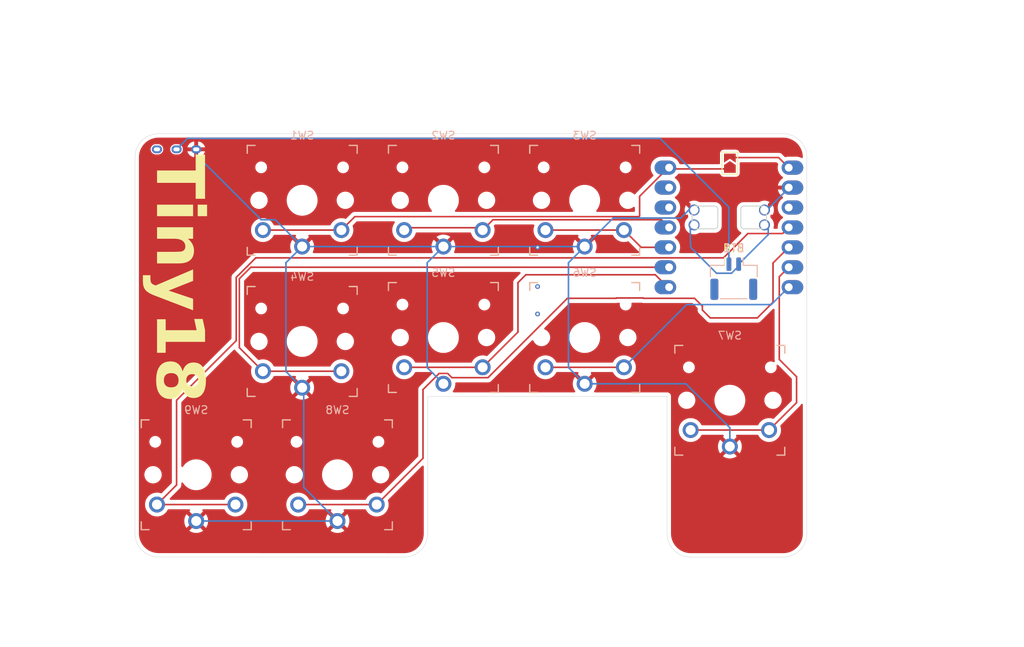
<source format=kicad_pcb>
(kicad_pcb (version 20241229) (generator "pcbnew") (generator_version "9.0")
  (layers (0 "F.Cu" signal) (2 "B.Cu" signal) (13 "F.Paste" user) (15 "B.Paste" user) (5 "F.SilkS" user "F.Silkscreen") (7 "B.SilkS" user "B.Silkscreen") (1 "F.Mask" user) (3 "B.Mask" user) (25 "Edge.Cuts" user))
  (net 0 "")
  (net 1 "D0")
  (net 2 "GND")
  (net 3 "D1")
  (net 4 "D2")
  (net 5 "D3")
  (net 6 "D4")
  (net 7 "D5")
  (net 8 "D6")
  (net 9 "D7")
  (net 10 "D8")
  (net 11 "Bat")
  (net 13 "VCC")
  (net 14 "D9")
  (net 16 "Net-(BT1--)")
  (footprint "keyswitches.pretty-master:SW_PG1350_reversible" (layer "F.Cu") (at 112 30)
    (property "Reference" "SW2" (hide yes))
    (property "Value" "SW_Push")
    (fp_line (start -7 -7) (end -6 -7) (stroke (width 0.15)) (layer "F.SilkS"))
    (fp_line (start -7 -6) (end -7 -7) (stroke (width 0.15)) (layer "F.SilkS"))
    (fp_line (start -7 7) (end -7 6) (stroke (width 0.15)) (layer "F.SilkS"))
    (fp_line (start -6 7) (end -7 7) (stroke (width 0.15)) (layer "F.SilkS"))
    (fp_line (start 6 -7) (end 7 -7) (stroke (width 0.15)) (layer "F.SilkS"))
    (fp_line (start 7 -7) (end 7 -6) (stroke (width 0.15)) (layer "F.SilkS"))
    (fp_line (start 7 6) (end 7 7) (stroke (width 0.15)) (layer "F.SilkS"))
    (fp_line (start 7 7) (end 6 7) (stroke (width 0.15)) (layer "F.SilkS"))
    (fp_line (start -7 -7) (end -6 -7) (stroke (width 0.15)) (layer "B.SilkS"))
    (fp_line (start -7 -6) (end -7 -7) (stroke (width 0.15)) (layer "B.SilkS"))
    (fp_line (start -7 7) (end -7 6) (stroke (width 0.15)) (layer "B.SilkS"))
    (fp_line (start -6 7) (end -7 7) (stroke (width 0.15)) (layer "B.SilkS"))
    (fp_line (start 6 -7) (end 7 -7) (stroke (width 0.15)) (layer "B.SilkS"))
    (fp_line (start 7 -7) (end 7 -6) (stroke (width 0.15)) (layer "B.SilkS"))
    (fp_line (start 7 6) (end 7 7) (stroke (width 0.15)) (layer "B.SilkS"))
    (fp_line (start 7 7) (end 6 7) (stroke (width 0.15)) (layer "B.SilkS"))
    (fp_text user "${REFERENCE}" (at 0 -8.255 0) (layer "B.SilkS") (effects (justify mirror)))
    (pad "" np_thru_hole circle (at -5.5 0) (size 1.7018 1.7018) (drill 1.7018) (layers "*.Cu" "*.Mask"))
    (pad "" np_thru_hole circle (at -5.22 -4.2) (size 0.9906 0.9906) (drill 0.9906) (layers "*.Cu" "*.Mask"))
    (pad "" np_thru_hole circle (at 0 0) (size 3.429 3.429) (drill 3.429) (layers "*.Cu" "*.Mask"))
    (pad "" np_thru_hole circle (at 5.22 -4.2) (size 0.9906 0.9906) (drill 0.9906) (layers "*.Cu" "*.Mask"))
    (pad "" np_thru_hole circle (at 5.5 0) (size 1.7018 1.7018) (drill 1.7018) (layers "*.Cu" "*.Mask"))
    (pad "1" thru_hole circle (at 0 5.9) (size 2.032 2.032) (drill 1.27) (layers "*.Cu" "*.Mask") (net 2 "GND"))
    (pad "2" thru_hole circle (at -5 3.8) (size 2.032 2.032) (drill 1.27) (layers "*.Cu" "*.Mask") (net 3 "D1"))
    (pad "2" thru_hole circle (at 5 3.8) (size 2.032 2.032) (drill 1.27) (layers "*.Cu" "*.Mask") (net 3 "D1"))
  )
  (footprint "keyswitches.pretty-master:SW_PG1350_reversible" (layer "F.Cu") (at 94 48)
    (property "Reference" "SW4" (hide yes))
    (property "Value" "SW_Push")
    (fp_line (start -7 -7) (end -6 -7) (stroke (width 0.15)) (layer "F.SilkS"))
    (fp_line (start -7 -6) (end -7 -7) (stroke (width 0.15)) (layer "F.SilkS"))
    (fp_line (start -7 7) (end -7 6) (stroke (width 0.15)) (layer "F.SilkS"))
    (fp_line (start -6 7) (end -7 7) (stroke (width 0.15)) (layer "F.SilkS"))
    (fp_line (start 6 -7) (end 7 -7) (stroke (width 0.15)) (layer "F.SilkS"))
    (fp_line (start 7 -7) (end 7 -6) (stroke (width 0.15)) (layer "F.SilkS"))
    (fp_line (start 7 6) (end 7 7) (stroke (width 0.15)) (layer "F.SilkS"))
    (fp_line (start 7 7) (end 6 7) (stroke (width 0.15)) (layer "F.SilkS"))
    (fp_line (start -7 -7) (end -6 -7) (stroke (width 0.15)) (layer "B.SilkS"))
    (fp_line (start -7 -6) (end -7 -7) (stroke (width 0.15)) (layer "B.SilkS"))
    (fp_line (start -7 7) (end -7 6) (stroke (width 0.15)) (layer "B.SilkS"))
    (fp_line (start -6 7) (end -7 7) (stroke (width 0.15)) (layer "B.SilkS"))
    (fp_line (start 6 -7) (end 7 -7) (stroke (width 0.15)) (layer "B.SilkS"))
    (fp_line (start 7 -7) (end 7 -6) (stroke (width 0.15)) (layer "B.SilkS"))
    (fp_line (start 7 6) (end 7 7) (stroke (width 0.15)) (layer "B.SilkS"))
    (fp_line (start 7 7) (end 6 7) (stroke (width 0.15)) (layer "B.SilkS"))
    (fp_text user "${REFERENCE}" (at 0 -8.255 0) (layer "B.SilkS") (effects (justify mirror)))
    (pad "" np_thru_hole circle (at -5.5 0) (size 1.7018 1.7018) (drill 1.7018) (layers "*.Cu" "*.Mask"))
    (pad "" np_thru_hole circle (at -5.22 -4.2) (size 0.9906 0.9906) (drill 0.9906) (layers "*.Cu" "*.Mask"))
    (pad "" np_thru_hole circle (at 0 0) (size 3.429 3.429) (drill 3.429) (layers "*.Cu" "*.Mask"))
    (pad "" np_thru_hole circle (at 5.22 -4.2) (size 0.9906 0.9906) (drill 0.9906) (layers "*.Cu" "*.Mask"))
    (pad "" np_thru_hole circle (at 5.5 0) (size 1.7018 1.7018) (drill 1.7018) (layers "*.Cu" "*.Mask"))
    (pad "1" thru_hole circle (at 0 5.9) (size 2.032 2.032) (drill 1.27) (layers "*.Cu" "*.Mask") (net 2 "GND"))
    (pad "2" thru_hole circle (at -5 3.8) (size 2.032 2.032) (drill 1.27) (layers "*.Cu" "*.Mask") (net 5 "D3"))
    (pad "2" thru_hole circle (at 5 3.8) (size 2.032 2.032) (drill 1.27) (layers "*.Cu" "*.Mask") (net 5 "D3"))
  )
  (footprint "keyswitches.pretty-master:SW_PG1350_reversible" (layer "F.Cu") (at 80.5 65)
    (property "Reference" "SW9" (hide yes))
    (property "Value" "SW_Push")
    (fp_line (start -7 -7) (end -6 -7) (stroke (width 0.15)) (layer "F.SilkS"))
    (fp_line (start -7 -6) (end -7 -7) (stroke (width 0.15)) (layer "F.SilkS"))
    (fp_line (start -7 7) (end -7 6) (stroke (width 0.15)) (layer "F.SilkS"))
    (fp_line (start -6 7) (end -7 7) (stroke (width 0.15)) (layer "F.SilkS"))
    (fp_line (start 6 -7) (end 7 -7) (stroke (width 0.15)) (layer "F.SilkS"))
    (fp_line (start 7 -7) (end 7 -6) (stroke (width 0.15)) (layer "F.SilkS"))
    (fp_line (start 7 6) (end 7 7) (stroke (width 0.15)) (layer "F.SilkS"))
    (fp_line (start 7 7) (end 6 7) (stroke (width 0.15)) (layer "F.SilkS"))
    (fp_line (start -7 -7) (end -6 -7) (stroke (width 0.15)) (layer "B.SilkS"))
    (fp_line (start -7 -6) (end -7 -7) (stroke (width 0.15)) (layer "B.SilkS"))
    (fp_line (start -7 7) (end -7 6) (stroke (width 0.15)) (layer "B.SilkS"))
    (fp_line (start -6 7) (end -7 7) (stroke (width 0.15)) (layer "B.SilkS"))
    (fp_line (start 6 -7) (end 7 -7) (stroke (width 0.15)) (layer "B.SilkS"))
    (fp_line (start 7 -7) (end 7 -6) (stroke (width 0.15)) (layer "B.SilkS"))
    (fp_line (start 7 6) (end 7 7) (stroke (width 0.15)) (layer "B.SilkS"))
    (fp_line (start 7 7) (end 6 7) (stroke (width 0.15)) (layer "B.SilkS"))
    (fp_text user "${REFERENCE}" (at 0 -8.255 0) (layer "B.SilkS") (effects (justify mirror)))
    (pad "" np_thru_hole circle (at -5.5 0) (size 1.7018 1.7018) (drill 1.7018) (layers "*.Cu" "*.Mask"))
    (pad "" np_thru_hole circle (at -5.22 -4.2) (size 0.9906 0.9906) (drill 0.9906) (layers "*.Cu" "*.Mask"))
    (pad "" np_thru_hole circle (at 0 0) (size 3.429 3.429) (drill 3.429) (layers "*.Cu" "*.Mask"))
    (pad "" np_thru_hole circle (at 5.22 -4.2) (size 0.9906 0.9906) (drill 0.9906) (layers "*.Cu" "*.Mask"))
    (pad "" np_thru_hole circle (at 5.5 0) (size 1.7018 1.7018) (drill 1.7018) (layers "*.Cu" "*.Mask"))
    (pad "1" thru_hole circle (at 0 5.9) (size 2.032 2.032) (drill 1.27) (layers "*.Cu" "*.Mask") (net 2 "GND"))
    (pad "2" thru_hole circle (at -5 3.8) (size 2.032 2.032) (drill 1.27) (layers "*.Cu" "*.Mask") (net 10 "D8"))
    (pad "2" thru_hole circle (at 5 3.8) (size 2.032 2.032) (drill 1.27) (layers "*.Cu" "*.Mask") (net 10 "D8"))
  )
  (footprint "keyswitches.pretty-master:SW_PG1350_reversible" (layer "F.Cu") (at 130 30)
    (property "Reference" "SW3" (hide yes))
    (property "Value" "SW_Push")
    (fp_line (start -7 -7) (end -6 -7) (stroke (width 0.15)) (layer "F.SilkS"))
    (fp_line (start -7 -6) (end -7 -7) (stroke (width 0.15)) (layer "F.SilkS"))
    (fp_line (start -7 7) (end -7 6) (stroke (width 0.15)) (layer "F.SilkS"))
    (fp_line (start -6 7) (end -7 7) (stroke (width 0.15)) (layer "F.SilkS"))
    (fp_line (start 6 -7) (end 7 -7) (stroke (width 0.15)) (layer "F.SilkS"))
    (fp_line (start 7 -7) (end 7 -6) (stroke (width 0.15)) (layer "F.SilkS"))
    (fp_line (start 7 6) (end 7 7) (stroke (width 0.15)) (layer "F.SilkS"))
    (fp_line (start 7 7) (end 6 7) (stroke (width 0.15)) (layer "F.SilkS"))
    (fp_line (start -7 -7) (end -6 -7) (stroke (width 0.15)) (layer "B.SilkS"))
    (fp_line (start -7 -6) (end -7 -7) (stroke (width 0.15)) (layer "B.SilkS"))
    (fp_line (start -7 7) (end -7 6) (stroke (width 0.15)) (layer "B.SilkS"))
    (fp_line (start -6 7) (end -7 7) (stroke (width 0.15)) (layer "B.SilkS"))
    (fp_line (start 6 -7) (end 7 -7) (stroke (width 0.15)) (layer "B.SilkS"))
    (fp_line (start 7 -7) (end 7 -6) (stroke (width 0.15)) (layer "B.SilkS"))
    (fp_line (start 7 6) (end 7 7) (stroke (width 0.15)) (layer "B.SilkS"))
    (fp_line (start 7 7) (end 6 7) (stroke (width 0.15)) (layer "B.SilkS"))
    (fp_text user "${REFERENCE}" (at 0 -8.255 0) (layer "B.SilkS") (effects (justify mirror)))
    (pad "" np_thru_hole circle (at -5.5 0) (size 1.7018 1.7018) (drill 1.7018) (layers "*.Cu" "*.Mask"))
    (pad "" np_thru_hole circle (at -5.22 -4.2) (size 0.9906 0.9906) (drill 0.9906) (layers "*.Cu" "*.Mask"))
    (pad "" np_thru_hole circle (at 0 0) (size 3.429 3.429) (drill 3.429) (layers "*.Cu" "*.Mask"))
    (pad "" np_thru_hole circle (at 5.22 -4.2) (size 0.9906 0.9906) (drill 0.9906) (layers "*.Cu" "*.Mask"))
    (pad "" np_thru_hole circle (at 5.5 0) (size 1.7018 1.7018) (drill 1.7018) (layers "*.Cu" "*.Mask"))
    (pad "1" thru_hole circle (at 0 5.9) (size 2.032 2.032) (drill 1.27) (layers "*.Cu" "*.Mask") (net 2 "GND"))
    (pad "2" thru_hole circle (at -5 3.8) (size 2.032 2.032) (drill 1.27) (layers "*.Cu" "*.Mask") (net 4 "D2"))
    (pad "2" thru_hole circle (at 5 3.8) (size 2.032 2.032) (drill 1.27) (layers "*.Cu" "*.Mask") (net 4 "D2"))
  )
  (footprint "keyswitches.pretty-master:SW_PG1350_reversible" (layer "F.Cu") (at 112 47.5)
    (property "Reference" "SW5" (hide yes))
    (property "Value" "SW_Push")
    (fp_line (start -7 -7) (end -6 -7) (stroke (width 0.15)) (layer "F.SilkS"))
    (fp_line (start -7 -6) (end -7 -7) (stroke (width 0.15)) (layer "F.SilkS"))
    (fp_line (start -7 7) (end -7 6) (stroke (width 0.15)) (layer "F.SilkS"))
    (fp_line (start -6 7) (end -7 7) (stroke (width 0.15)) (layer "F.SilkS"))
    (fp_line (start 6 -7) (end 7 -7) (stroke (width 0.15)) (layer "F.SilkS"))
    (fp_line (start 7 -7) (end 7 -6) (stroke (width 0.15)) (layer "F.SilkS"))
    (fp_line (start 7 6) (end 7 7) (stroke (width 0.15)) (layer "F.SilkS"))
    (fp_line (start 7 7) (end 6 7) (stroke (width 0.15)) (layer "F.SilkS"))
    (fp_line (start -7 -7) (end -6 -7) (stroke (width 0.15)) (layer "B.SilkS"))
    (fp_line (start -7 -6) (end -7 -7) (stroke (width 0.15)) (layer "B.SilkS"))
    (fp_line (start -7 7) (end -7 6) (stroke (width 0.15)) (layer "B.SilkS"))
    (fp_line (start -6 7) (end -7 7) (stroke (width 0.15)) (layer "B.SilkS"))
    (fp_line (start 6 -7) (end 7 -7) (stroke (width 0.15)) (layer "B.SilkS"))
    (fp_line (start 7 -7) (end 7 -6) (stroke (width 0.15)) (layer "B.SilkS"))
    (fp_line (start 7 6) (end 7 7) (stroke (width 0.15)) (layer "B.SilkS"))
    (fp_line (start 7 7) (end 6 7) (stroke (width 0.15)) (layer "B.SilkS"))
    (fp_text user "${REFERENCE}" (at 0 -8.255 0) (layer "B.SilkS") (effects (justify mirror)))
    (pad "" np_thru_hole circle (at -5.5 0) (size 1.7018 1.7018) (drill 1.7018) (layers "*.Cu" "*.Mask"))
    (pad "" np_thru_hole circle (at -5.22 -4.2) (size 0.9906 0.9906) (drill 0.9906) (layers "*.Cu" "*.Mask"))
    (pad "" np_thru_hole circle (at 0 0) (size 3.429 3.429) (drill 3.429) (layers "*.Cu" "*.Mask"))
    (pad "" np_thru_hole circle (at 5.22 -4.2) (size 0.9906 0.9906) (drill 0.9906) (layers "*.Cu" "*.Mask"))
    (pad "" np_thru_hole circle (at 5.5 0) (size 1.7018 1.7018) (drill 1.7018) (layers "*.Cu" "*.Mask"))
    (pad "1" thru_hole circle (at 0 5.9) (size 2.032 2.032) (drill 1.27) (layers "*.Cu" "*.Mask") (net 2 "GND"))
    (pad "2" thru_hole circle (at -5 3.8) (size 2.032 2.032) (drill 1.27) (layers "*.Cu" "*.Mask") (net 6 "D4"))
    (pad "2" thru_hole circle (at 5 3.8) (size 2.032 2.032) (drill 1.27) (layers "*.Cu" "*.Mask") (net 6 "D4"))
  )
  (footprint "keyswitches.pretty-master:SW_PG1350_reversible" (layer "F.Cu") (at 130 47.5)
    (property "Reference" "SW6" (hide yes))
    (property "Value" "SW_Push")
    (fp_line (start -7 -7) (end -6 -7) (stroke (width 0.15)) (layer "F.SilkS"))
    (fp_line (start -7 -6) (end -7 -7) (stroke (width 0.15)) (layer "F.SilkS"))
    (fp_line (start -7 7) (end -7 6) (stroke (width 0.15)) (layer "F.SilkS"))
    (fp_line (start -6 7) (end -7 7) (stroke (width 0.15)) (layer "F.SilkS"))
    (fp_line (start 6 -7) (end 7 -7) (stroke (width 0.15)) (layer "F.SilkS"))
    (fp_line (start 7 -7) (end 7 -6) (stroke (width 0.15)) (layer "F.SilkS"))
    (fp_line (start 7 6) (end 7 7) (stroke (width 0.15)) (layer "F.SilkS"))
    (fp_line (start 7 7) (end 6 7) (stroke (width 0.15)) (layer "F.SilkS"))
    (fp_line (start -7 -7) (end -6 -7) (stroke (width 0.15)) (layer "B.SilkS"))
    (fp_line (start -7 -6) (end -7 -7) (stroke (width 0.15)) (layer "B.SilkS"))
    (fp_line (start -7 7) (end -7 6) (stroke (width 0.15)) (layer "B.SilkS"))
    (fp_line (start -6 7) (end -7 7) (stroke (width 0.15)) (layer "B.SilkS"))
    (fp_line (start 6 -7) (end 7 -7) (stroke (width 0.15)) (layer "B.SilkS"))
    (fp_line (start 7 -7) (end 7 -6) (stroke (width 0.15)) (layer "B.SilkS"))
    (fp_line (start 7 6) (end 7 7) (stroke (width 0.15)) (layer "B.SilkS"))
    (fp_line (start 7 7) (end 6 7) (stroke (width 0.15)) (layer "B.SilkS"))
    (fp_text user "${REFERENCE}" (at 0 -8.255 0) (layer "B.SilkS") (effects (justify mirror)))
    (pad "" np_thru_hole circle (at -5.5 0) (size 1.7018 1.7018) (drill 1.7018) (layers "*.Cu" "*.Mask"))
    (pad "" np_thru_hole circle (at -5.22 -4.2) (size 0.9906 0.9906) (drill 0.9906) (layers "*.Cu" "*.Mask"))
    (pad "" np_thru_hole circle (at 0 0) (size 3.429 3.429) (drill 3.429) (layers "*.Cu" "*.Mask"))
    (pad "" np_thru_hole circle (at 5.22 -4.2) (size 0.9906 0.9906) (drill 0.9906) (layers "*.Cu" "*.Mask"))
    (pad "" np_thru_hole circle (at 5.5 0) (size 1.7018 1.7018) (drill 1.7018) (layers "*.Cu" "*.Mask"))
    (pad "1" thru_hole circle (at 0 5.9) (size 2.032 2.032) (drill 1.27) (layers "*.Cu" "*.Mask") (net 2 "GND"))
    (pad "2" thru_hole circle (at -5 3.8) (size 2.032 2.032) (drill 1.27) (layers "*.Cu" "*.Mask") (net 7 "D5"))
    (pad "2" thru_hole circle (at 5 3.8) (size 2.032 2.032) (drill 1.27) (layers "*.Cu" "*.Mask") (net 7 "D5"))
  )
  (footprint "keyswitches.pretty-master:SW_PG1350_reversible" (layer "F.Cu") (at 98.5 65)
    (property "Reference" "SW8" (hide yes))
    (property "Value" "SW_Push")
    (fp_line (start -7 -7) (end -6 -7) (stroke (width 0.15)) (layer "F.SilkS"))
    (fp_line (start -7 -6) (end -7 -7) (stroke (width 0.15)) (layer "F.SilkS"))
    (fp_line (start -7 7) (end -7 6) (stroke (width 0.15)) (layer "F.SilkS"))
    (fp_line (start -6 7) (end -7 7) (stroke (width 0.15)) (layer "F.SilkS"))
    (fp_line (start 6 -7) (end 7 -7) (stroke (width 0.15)) (layer "F.SilkS"))
    (fp_line (start 7 -7) (end 7 -6) (stroke (width 0.15)) (layer "F.SilkS"))
    (fp_line (start 7 6) (end 7 7) (stroke (width 0.15)) (layer "F.SilkS"))
    (fp_line (start 7 7) (end 6 7) (stroke (width 0.15)) (layer "F.SilkS"))
    (fp_line (start -7 -7) (end -6 -7) (stroke (width 0.15)) (layer "B.SilkS"))
    (fp_line (start -7 -6) (end -7 -7) (stroke (width 0.15)) (layer "B.SilkS"))
    (fp_line (start -7 7) (end -7 6) (stroke (width 0.15)) (layer "B.SilkS"))
    (fp_line (start -6 7) (end -7 7) (stroke (width 0.15)) (layer "B.SilkS"))
    (fp_line (start 6 -7) (end 7 -7) (stroke (width 0.15)) (layer "B.SilkS"))
    (fp_line (start 7 -7) (end 7 -6) (stroke (width 0.15)) (layer "B.SilkS"))
    (fp_line (start 7 6) (end 7 7) (stroke (width 0.15)) (layer "B.SilkS"))
    (fp_line (start 7 7) (end 6 7) (stroke (width 0.15)) (layer "B.SilkS"))
    (fp_text user "${REFERENCE}" (at 0 -8.255 0) (layer "B.SilkS") (effects (justify mirror)))
    (pad "" np_thru_hole circle (at -5.5 0) (size 1.7018 1.7018) (drill 1.7018) (layers "*.Cu" "*.Mask"))
    (pad "" np_thru_hole circle (at -5.22 -4.2) (size 0.9906 0.9906) (drill 0.9906) (layers "*.Cu" "*.Mask"))
    (pad "" np_thru_hole circle (at 0 0) (size 3.429 3.429) (drill 3.429) (layers "*.Cu" "*.Mask"))
    (pad "" np_thru_hole circle (at 5.22 -4.2) (size 0.9906 0.9906) (drill 0.9906) (layers "*.Cu" "*.Mask"))
    (pad "" np_thru_hole circle (at 5.5 0) (size 1.7018 1.7018) (drill 1.7018) (layers "*.Cu" "*.Mask"))
    (pad "1" thru_hole circle (at 0 5.9) (size 2.032 2.032) (drill 1.27) (layers "*.Cu" "*.Mask") (net 2 "GND"))
    (pad "2" thru_hole circle (at -5 3.8) (size 2.032 2.032) (drill 1.27) (layers "*.Cu" "*.Mask") (net 9 "D7"))
    (pad "2" thru_hole circle (at 5 3.8) (size 2.032 2.032) (drill 1.27) (layers "*.Cu" "*.Mask") (net 9 "D7"))
  )
  (footprint "Tweakbit:TGSW_MSK-12D19" (layer "F.Cu") (at 77.9 26.16 180)
    (property "Reference" "SW10")
    (property "Value" "SW_SPDT" (hide yes))
    (pad "1" thru_hole oval (at -2.6 2.66 180) (size 1.3 1) (drill oval 0.8 0.5) (layers "*.Cu" "*.Mask") (net 2 "GND") (clearance 0.15))
    (pad "2" thru_hole oval (at -0.1 2.66 180) (size 1.3 1) (drill oval 0.8 0.5) (layers "*.Cu" "*.Mask") (net 16 "Net-(BT1--)") (clearance 0.15))
    (pad "3" thru_hole oval (at 2.4 2.66 180) (size 1.3 1) (drill oval 0.8 0.5) (layers "*.Cu" "*.Mask") (clearance 0.15))
  )
  (footprint "keyswitches.pretty-master:SW_PG1350_reversible" (layer "F.Cu") (at 94 30)
    (property "Reference" "SW1" (hide yes))
    (property "Value" "SW_Push")
    (fp_line (start -7 -7) (end -6 -7) (stroke (width 0.15)) (layer "F.SilkS"))
    (fp_line (start -7 -6) (end -7 -7) (stroke (width 0.15)) (layer "F.SilkS"))
    (fp_line (start -7 7) (end -7 6) (stroke (width 0.15)) (layer "F.SilkS"))
    (fp_line (start -6 7) (end -7 7) (stroke (width 0.15)) (layer "F.SilkS"))
    (fp_line (start 6 -7) (end 7 -7) (stroke (width 0.15)) (layer "F.SilkS"))
    (fp_line (start 7 -7) (end 7 -6) (stroke (width 0.15)) (layer "F.SilkS"))
    (fp_line (start 7 6) (end 7 7) (stroke (width 0.15)) (layer "F.SilkS"))
    (fp_line (start 7 7) (end 6 7) (stroke (width 0.15)) (layer "F.SilkS"))
    (fp_line (start -7 -7) (end -6 -7) (stroke (width 0.15)) (layer "B.SilkS"))
    (fp_line (start -7 -6) (end -7 -7) (stroke (width 0.15)) (layer "B.SilkS"))
    (fp_line (start -7 7) (end -7 6) (stroke (width 0.15)) (layer "B.SilkS"))
    (fp_line (start -6 7) (end -7 7) (stroke (width 0.15)) (layer "B.SilkS"))
    (fp_line (start 6 -7) (end 7 -7) (stroke (width 0.15)) (layer "B.SilkS"))
    (fp_line (start 7 -7) (end 7 -6) (stroke (width 0.15)) (layer "B.SilkS"))
    (fp_line (start 7 6) (end 7 7) (stroke (width 0.15)) (layer "B.SilkS"))
    (fp_line (start 7 7) (end 6 7) (stroke (width 0.15)) (layer "B.SilkS"))
    (fp_text user "${REFERENCE}" (at 0 -8.255 0) (layer "B.SilkS") (effects (justify mirror)))
    (pad "" np_thru_hole circle (at -5.5 0) (size 1.7018 1.7018) (drill 1.7018) (layers "*.Cu" "*.Mask"))
    (pad "" np_thru_hole circle (at -5.22 -4.2) (size 0.9906 0.9906) (drill 0.9906) (layers "*.Cu" "*.Mask"))
    (pad "" np_thru_hole circle (at 0 0) (size 3.429 3.429) (drill 3.429) (layers "*.Cu" "*.Mask"))
    (pad "" np_thru_hole circle (at 5.22 -4.2) (size 0.9906 0.9906) (drill 0.9906) (layers "*.Cu" "*.Mask"))
    (pad "" np_thru_hole circle (at 5.5 0) (size 1.7018 1.7018) (drill 1.7018) (layers "*.Cu" "*.Mask"))
    (pad "1" thru_hole circle (at 0 5.9) (size 2.032 2.032) (drill 1.27) (layers "*.Cu" "*.Mask") (net 2 "GND"))
    (pad "2" thru_hole circle (at -5 3.8) (size 2.032 2.032) (drill 1.27) (layers "*.Cu" "*.Mask") (net 1 "D0"))
    (pad "2" thru_hole circle (at 5 3.8) (size 2.032 2.032) (drill 1.27) (layers "*.Cu" "*.Mask") (net 1 "D0"))
  )
  (footprint "Tweakbit:XIAO_ble" (layer "F.Cu") (at 148.38 33.46)
    (property "Reference" "U1" (hide yes))
    (property "Value" "xiao-ble" (hide yes))
    (fp_line (start -4.695893 -0.745801) (end -4.695897 -1.7872) (stroke (width 0.12)) (layer "Edge.Cuts"))
    (fp_line (start -4.407172 -2.726831) (end -1.799999 -2.72) (stroke (width 0.12)) (layer "Edge.Cuts"))
    (fp_line (start -1.803702 0.180999) (end -4.314483 0.177428) (stroke (width 0.12)) (layer "Edge.Cuts"))
    (fp_line (start -1.419 -2.339) (end -1.422 -0.2) (stroke (width 0.12)) (layer "Edge.Cuts"))
    (fp_line (start 1.511828 -2.339091) (end 1.514828 -0.200091) (stroke (width 0.12)) (layer "Edge.Cuts"))
    (fp_line (start 1.89653 0.180908) (end 4.407311 0.177337) (stroke (width 0.12)) (layer "Edge.Cuts"))
    (fp_line (start 4.5 -2.726922) (end 1.892827 -2.720091) (stroke (width 0.12)) (layer "Edge.Cuts"))
    (fp_line (start 4.788721 -0.745892) (end 4.788725 -1.787291) (stroke (width 0.12)) (layer "Edge.Cuts"))
    (fp_arc (start -4.695895 -0.745801) (mid -3.983022 -0.499909) (end -4.314483 0.177427) (stroke (width 0.12)) (layer "Edge.Cuts"))
    (fp_arc (start -4.404633 -2.726618) (mid -3.967465 -2.076211) (end -4.6959 -1.7872) (stroke (width 0.12)) (layer "Edge.Cuts"))
    (fp_arc (start -1.8 -2.72) (mid -1.530592 -2.608408) (end -1.419 -2.339) (stroke (width 0.12)) (layer "Edge.Cuts"))
    (fp_arc (start -1.422 -0.2) (mid -1.533592 0.069408) (end -1.803 0.181) (stroke (width 0.12)) (layer "Edge.Cuts"))
    (fp_arc (start 1.511828 -2.339091) (mid 1.62342 -2.608499) (end 1.892828 -2.720091) (stroke (width 0.12)) (layer "Edge.Cuts"))
    (fp_arc (start 1.895828 0.180909) (mid 1.62642 0.069317) (end 1.514828 -0.200091) (stroke (width 0.12)) (layer "Edge.Cuts"))
    (fp_arc (start 4.407311 0.177336) (mid 4.07585 -0.500001) (end 4.788723 -0.745892) (stroke (width 0.12)) (layer "Edge.Cuts"))
    (fp_arc (start 4.788728 -1.787291) (mid 4.060293 -2.076302) (end 4.497461 -2.726709) (stroke (width 0.12)) (layer "Edge.Cuts"))
    (pad "1" thru_hole oval (at -7.62 -7.62) (size 2.75 1.8) (drill 1 (offset -0.475 0)) (layers "*.Cu" "*.Mask") (net 1 "D0"))
    (pad "2" thru_hole oval (at -7.62 -5.08) (size 2.75 1.8) (drill 1 (offset -0.475 0)) (layers "*.Cu" "*.Mask"))
    (pad "3" thru_hole oval (at -7.62 -2.54) (size 2.75 1.8) (drill 1 (offset -0.475 0)) (layers "*.Cu" "*.Mask"))
    (pad "4" thru_hole oval (at -7.62 0) (size 2.75 1.8) (drill 1 (offset -0.475 0)) (layers "*.Cu" "*.Mask") (net 3 "D1"))
    (pad "5" thru_hole oval (at -7.62 2.54) (size 2.75 1.8) (drill 1 (offset -0.475 0)) (layers "*.Cu" "*.Mask") (net 4 "D2"))
    (pad "6" thru_hole oval (at -7.62 5.08) (size 2.75 1.8) (drill 1 (offset -0.475 0)) (layers "*.Cu" "*.Mask") (net 5 "D3"))
    (pad "7" thru_hole oval (at -7.62 7.62) (size 2.75 1.8) (drill 1 (offset -0.475 0)) (layers "*.Cu" "*.Mask") (net 6 "D4"))
    (pad "8" thru_hole oval (at 7.62 7.62 180) (size 2.75 1.8) (drill 1 (offset -0.475 0)) (layers "*.Cu" "*.Mask") (net 7 "D5"))
    (pad "9" thru_hole oval (at 7.62 5.08 180) (size 2.75 1.8) (drill 1 (offset -0.475 0)) (layers "*.Cu" "*.Mask") (net 8 "D6"))
    (pad "10" thru_hole oval (at 7.62 2.54 180) (size 2.75 1.8) (drill 1 (offset -0.475 0)) (layers "*.Cu" "*.Mask") (net 9 "D7"))
    (pad "11" thru_hole oval (at 7.62 0 180) (size 2.75 1.8) (drill 1 (offset -0.475 0)) (layers "*.Cu" "*.Mask") (net 10 "D8"))
    (pad "12" thru_hole oval (at 7.62 -2.54 180) (size 2.75 1.8) (drill 1 (offset -0.475 0)) (layers "*.Cu" "*.Mask") (net 13 "VCC"))
    (pad "13" thru_hole oval (at 7.62 -5.08 180) (size 2.75 1.8) (drill 1 (offset -0.475 0)) (layers "*.Cu" "*.Mask") (net 2 "GND"))
    (pad "14" thru_hole oval (at 7.62 -7.62 180) (size 2.75 1.8) (drill 1 (offset -0.475 0)) (layers "*.Cu" "*.Mask") (net 14 "D9"))
    (pad "19" thru_hole circle (at -4.4419 -0.314 180) (size 1.397 1.397) (drill 1.016) (layers "*.Cu" "*.Mask") (net 11 "Bat"))
    (pad "19" thru_hole circle (at 4.534728 -0.314091 180) (size 1.397 1.397) (drill 1.016) (layers "*.Cu" "*.Mask") (net 11 "Bat"))
    (pad "20" thru_hole circle (at -4.4419 -2.219 180) (size 1.397 1.397) (drill 1.016) (layers "*.Cu" "*.Mask") (net 2 "GND"))
    (pad "20" thru_hole circle (at 4.534728 -2.219091 180) (size 1.397 1.397) (drill 1.016) (layers "*.Cu" "*.Mask") (net 2 "GND"))
  )
  (footprint "Connector_JST:JST_GH_SM02B-GHS-TB_1x02-1MP_P1.25mm_Horizontal" (layer "F.Cu") (at 149 40)
    (property "Reference" "BT1" (at 0 -3.9 0) (layer "F.SilkS"))
    (property "Value" "Battery_Cell")
    (fp_line (start -2.985 -1.71) (end -1.185 -1.71) (stroke (width 0.12)) (layer "F.SilkS"))
    (fp_line (start -2.985 -0.26) (end -2.985 -1.71) (stroke (width 0.12)) (layer "F.SilkS"))
    (fp_line (start -1.715 2.56) (end 1.715 2.56) (stroke (width 0.12)) (layer "F.SilkS"))
    (fp_line (start -1.185 -1.71) (end -1.185 -2.7) (stroke (width 0.12)) (layer "F.SilkS"))
    (fp_line (start 2.985 -1.71) (end 1.185 -1.71) (stroke (width 0.12)) (layer "F.SilkS"))
    (fp_line (start 2.985 -0.26) (end 2.985 -1.71) (stroke (width 0.12)) (layer "F.SilkS"))
    (pad "1" smd roundrect (at -0.625 -1.85) (size 0.6 1.7) (layers "F.Cu" "F.Mask" "F.Paste") (net 11 "Bat"))
    (pad "2" smd roundrect (at 0.625 -1.85) (size 0.6 1.7) (layers "F.Cu" "F.Mask" "F.Paste") (net 16 "Net-(BT1--)"))
    (pad "MP" smd roundrect (at -2.475 1.35) (size 1 2.7) (layers "F.Cu" "F.Mask" "F.Paste"))
    (pad "MP" smd roundrect (at 2.475 1.35) (size 1 2.7) (layers "F.Cu" "F.Mask" "F.Paste"))
  )
  (footprint "keyswitches.pretty-master:SW_PG1350_reversible" (layer "F.Cu") (at 148.5 55.5)
    (property "Reference" "SW7" (hide yes))
    (property "Value" "SW_Push")
    (fp_line (start -7 -7) (end -6 -7) (stroke (width 0.15)) (layer "F.SilkS"))
    (fp_line (start -7 -6) (end -7 -7) (stroke (width 0.15)) (layer "F.SilkS"))
    (fp_line (start -7 7) (end -7 6) (stroke (width 0.15)) (layer "F.SilkS"))
    (fp_line (start -6 7) (end -7 7) (stroke (width 0.15)) (layer "F.SilkS"))
    (fp_line (start 6 -7) (end 7 -7) (stroke (width 0.15)) (layer "F.SilkS"))
    (fp_line (start 7 -7) (end 7 -6) (stroke (width 0.15)) (layer "F.SilkS"))
    (fp_line (start 7 6) (end 7 7) (stroke (width 0.15)) (layer "F.SilkS"))
    (fp_line (start 7 7) (end 6 7) (stroke (width 0.15)) (layer "F.SilkS"))
    (fp_line (start -7 -7) (end -6 -7) (stroke (width 0.15)) (layer "B.SilkS"))
    (fp_line (start -7 -6) (end -7 -7) (stroke (width 0.15)) (layer "B.SilkS"))
    (fp_line (start -7 7) (end -7 6) (stroke (width 0.15)) (layer "B.SilkS"))
    (fp_line (start -6 7) (end -7 7) (stroke (width 0.15)) (layer "B.SilkS"))
    (fp_line (start 6 -7) (end 7 -7) (stroke (width 0.15)) (layer "B.SilkS"))
    (fp_line (start 7 -7) (end 7 -6) (stroke (width 0.15)) (layer "B.SilkS"))
    (fp_line (start 7 6) (end 7 7) (stroke (width 0.15)) (layer "B.SilkS"))
    (fp_line (start 7 7) (end 6 7) (stroke (width 0.15)) (layer "B.SilkS"))
    (fp_text user "${REFERENCE}" (at 0 -8.255 0) (layer "B.SilkS") (effects (justify mirror)))
    (pad "" np_thru_hole circle (at -5.5 0) (size 1.7018 1.7018) (drill 1.7018) (layers "*.Cu" "*.Mask"))
    (pad "" np_thru_hole circle (at -5.22 -4.2) (size 0.9906 0.9906) (drill 0.9906) (layers "*.Cu" "*.Mask"))
    (pad "" np_thru_hole circle (at 0 0) (size 3.429 3.429) (drill 3.429) (layers "*.Cu" "*.Mask"))
    (pad "" np_thru_hole circle (at 5.22 -4.2) (size 0.9906 0.9906) (drill 0.9906) (layers "*.Cu" "*.Mask"))
    (pad "" np_thru_hole circle (at 5.5 0) (size 1.7018 1.7018) (drill 1.7018) (layers "*.Cu" "*.Mask"))
    (pad "1" thru_hole circle (at 0 5.9) (size 2.032 2.032) (drill 1.27) (layers "*.Cu" "*.Mask") (net 2 "GND"))
    (pad "2" thru_hole circle (at -5 3.8) (size 2.032 2.032) (drill 1.27) (layers "*.Cu" "*.Mask") (net 8 "D6"))
    (pad "2" thru_hole circle (at 5 3.8) (size 2.032 2.032) (drill 1.27) (layers "*.Cu" "*.Mask") (net 8 "D6"))
  )
  (footprint "Jumper:SolderJumper-2_P1.3mm_Open_TrianglePad1.0x1.5mm" (layer "F.Cu") (at 148.5 25.275 90)
    (property "Reference" "REF**" (hide yes))
    (property "Value" "SolderJumper-2_P1.3mm_Open_TrianglePad1.0x1.5mm")
    (fp_line (start 1.4 -1) (end 1.4 1) (stroke (width 0.12)) (layer "F.SilkS"))
    (fp_line (start -1.4 -1) (end 1.4 -1) (stroke (width 0.12)) (layer "F.SilkS"))
    (fp_line (start 1.4 1) (end -1.4 1) (stroke (width 0.12)) (layer "F.SilkS"))
    (fp_line (start -1.4 1) (end -1.4 -1) (stroke (width 0.12)) (layer "F.SilkS"))
    (pad "1" smd custom (at -0.725 0 90) (size 0.3 0.3) (layers "F.Cu" "F.Mask") (net 1 "D0") (options (clearance outline) (anchor rect)) (primitives (gr_poly (pts (xy 1 0) (xy 0.5 0.75) (xy -0.5 0.75) (xy -0.5 -0.75) (xy 0.5 -0.75)) (width 0) (fill yes))))
    (pad "2" smd custom (at 0.725 0 90) (size 0.3 0.3) (layers "F.Cu" "F.Mask") (net 14 "D9") (options (clearance outline) (anchor rect)) (primitives (gr_poly (pts (xy 0.5 0.75) (xy -0.65 0.75) (xy -0.15 0) (xy -0.65 -0.75) (xy 0.5 -0.75)) (width 0) (fill yes))))
  )
  (footprint "Connector_JST:JST_GH_SM02B-GHS-TB_1x02-1MP_P1.25mm_Horizontal" (layer "B.Cu") (at 149 40 180)
    (property "Reference" "BT1" (at 0 3.9 0) (layer "B.SilkS") (effects (justify mirror)))
    (property "Value" "Battery_Cell")
    (fp_line (start 2.985 1.71) (end 1.185 1.71) (stroke (width 0.12)) (layer "B.SilkS"))
    (fp_line (start 2.985 0.26) (end 2.985 1.71) (stroke (width 0.12)) (layer "B.SilkS"))
    (fp_line (start -1.185 1.71) (end -1.185 2.7) (stroke (width 0.12)) (layer "B.SilkS"))
    (fp_line (start -1.715 -2.56) (end 1.715 -2.56) (stroke (width 0.12)) (layer "B.SilkS"))
    (fp_line (start -2.985 1.71) (end -1.185 1.71) (stroke (width 0.12)) (layer "B.SilkS"))
    (fp_line (start -2.985 0.26) (end -2.985 1.71) (stroke (width 0.12)) (layer "B.SilkS"))
    (pad "1" smd roundrect (at -0.625 1.85 180) (size 0.6 1.7) (layers "B.Cu" "B.Mask" "B.Paste") (net 11 "Bat"))
    (pad "2" smd roundrect (at 0.625 1.85 180) (size 0.6 1.7) (layers "B.Cu" "B.Mask" "B.Paste") (net 16 "Net-(BT1--)"))
    (pad "MP" smd roundrect (at -2.475 -1.35 180) (size 1 2.7) (layers "B.Cu" "B.Mask" "B.Paste"))
    (pad "MP" smd roundrect (at 2.475 -1.35 180) (size 1 2.7) (layers "B.Cu" "B.Mask" "B.Paste"))
  )
  (gr_line (start 107 33.5) (end 117.5 33.5) (stroke (width 0.2)) (layer "F.Cu") (net 3))
  (gr_line (start 143.5 75.5) (end 155.3 75.5) (stroke (width 0.05)) (layer "Edge.Cuts"))
  (gr_line (start 110 72.499196) (end 110 55) (stroke (width 0.05)) (layer "Edge.Cuts"))
  (gr_line (start 158.3 24.51) (end 158.3 72.5) (stroke (width 0.05)) (layer "Edge.Cuts"))
  (gr_line (start 110 55) (end 140.5 55) (stroke (width 0.05)) (layer "Edge.Cuts"))
  (gr_arc (start 72.7 24.51) (mid 73.57868 22.38868) (end 75.7 21.51) (stroke (width 0.05)) (layer "Edge.Cuts"))
  (gr_line (start 140.5 55) (end 140.5 72.5) (stroke (width 0.05)) (layer "Edge.Cuts"))
  (gr_arc (start 75.699196 75.490804) (mid 73.578394 74.61184) (end 72.7 72.490804) (stroke (width 0.05)) (layer "Edge.Cuts"))
  (gr_arc (start 158.3 72.5) (mid 157.42132 74.62132) (end 155.3 75.5) (stroke (width 0.05)) (layer "Edge.Cuts"))
  (gr_arc (start 155.3 21.51) (mid 157.42132 22.38868) (end 158.3 24.51) (stroke (width 0.05)) (layer "Edge.Cuts"))
  (gr_line (start 155.3 21.51) (end 75.7 21.51) (stroke (width 0.05)) (layer "Edge.Cuts"))
  (gr_line (start 72.7 24.51) (end 72.7 72.490804) (stroke (width 0.05)) (layer "Edge.Cuts"))
  (gr_line (start 75.699196 75.490804) (end 106.999196 75.499195) (stroke (width 0.05)) (layer "Edge.Cuts"))
  (gr_arc (start 110 72.499196) (mid 109.121036 74.620801) (end 106.999196 75.499195) (stroke (width 0.05)) (layer "Edge.Cuts"))
  (gr_arc (start 143.5 75.5) (mid 141.37868 74.62132) (end 140.5 72.5) (stroke (width 0.05)) (layer "Edge.Cuts"))
  (gr_text "Tiny18" (at 78 40 270) (layer "F.SilkS") (effects (font (size 6 6) (thickness 0.1))))
  (via (at 124 41) (size 0.6) (drill 0.3) (layers "F.Cu" "B.Cu") (net 0))
  (via (at 124 44.5) (size 0.6) (drill 0.3) (layers "F.Cu" "B.Cu") (net 0))
  (segment (start 137 29.49153) (end 140.65153 25.84) (width 0.2) (layer "F.Cu") (net 1))
  (segment (start 141.34 25.84) (end 141.5 26) (width 0.2) (layer "F.Cu") (net 1))
  (segment (start 140.65153 25.84) (end 140.76 25.84) (width 0.2) (layer "F.Cu") (net 1))
  (segment (start 141.5 26) (end 148.5 26) (width 0.2) (layer "F.Cu") (net 1))
  (segment (start 100.718 32.082) (end 136.918 32.082) (width 0.2) (layer "F.Cu") (net 1))
  (segment (start 99 33.8) (end 100.718 32.082) (width 0.2) (layer "F.Cu") (net 1))
  (segment (start 89 33.8) (end 99 33.8) (width 0.2) (layer "F.Cu") (net 1))
  (segment (start 137 32) (end 137 29.49153) (width 0.2) (layer "F.Cu") (net 1))
  (segment (start 136.918 32.082) (end 137 32) (width 0.2) (layer "F.Cu") (net 1))
  (segment (start 140.76 25.84) (end 141.34 25.84) (width 0.2) (layer "F.Cu") (net 1))
  (segment (start 156 28.38) (end 144.62 28.38) (width 0.2) (layer "F.Cu") (net 2))
  (segment (start 143.471995 31.071801) (end 142.75 30.349806) (width 0.2) (layer "F.Cu") (net 2))
  (segment (start 142.75 30.349806) (end 142.75 29.25) (width 0.2) (layer "F.Cu") (net 2))
  (segment (start 143.62 28.38) (end 156 28.38) (width 0.2) (layer "F.Cu") (net 2))
  (segment (start 156 28.38) (end 156 28.452513) (width 0.2) (layer "F.Cu") (net 2))
  (segment (start 156 28.452513) (end 153.380803 31.07171) (width 0.2) (layer "F.Cu") (net 2))
  (segment (start 142.75 29.25) (end 143.62 28.38) (width 0.2) (layer "F.Cu") (net 2))
  (via (at 124 36) (size 0.6) (drill 0.3) (layers "F.Cu" "B.Cu") (net 2))
  (segment (start 148.5 59) (end 142.9 53.4) (width 0.2) (layer "B.Cu") (net 2))
  (segment (start 94 35.9) (end 90.583 32.483) (width 0.2) (layer "B.Cu") (net 2))
  (segment (start 94 53.9) (end 91.9345 51.8345) (width 0.2) (layer "B.Cu") (net 2))
  (segment (start 127.9345 51.3345) (end 130 53.4) (width 0.2) (layer "B.Cu") (net 2))
  (segment (start 142.24796 32.259) (end 143.364746 31.142214) (width 0.2) (layer "B.Cu") (net 2))
  (segment (start 98.5 70.9) (end 94.2019 66.6019) (width 0.2) (layer "B.Cu") (net 2))
  (segment (start 109.9345 37.9655) (end 109.9345 51.3345) (width 0.2) (layer "B.Cu") (net 2))
  (segment (start 142.9 53.4) (end 130 53.4) (width 0.2) (layer "B.Cu") (net 2))
  (segment (start 80.5 70.9) (end 98.5 70.9) (width 0.2) (layer "B.Cu") (net 2))
  (segment (start 133.641 32.259) (end 142.24796 32.259) (width 0.2) (layer "B.Cu") (net 2))
  (segment (start 156 28.38) (end 156 28.452513) (width 0.2) (layer "B.Cu") (net 2))
  (segment (start 94 35.9) (end 112 35.9) (width 0.2) (layer "B.Cu") (net 2))
  (segment (start 109.9345 51.3345) (end 112 53.4) (width 0.2) (layer "B.Cu") (net 2))
  (segment (start 156 28.452513) (end 153.380803 31.07171) (width 0.2) (layer "B.Cu") (net 2))
  (segment (start 94.2019 54.1019) (end 94 53.9) (width 0.2) (layer "B.Cu") (net 2))
  (segment (start 148.5 61.4) (end 148.5 59) (width 0.2) (layer "B.Cu") (net 2))
  (segment (start 94.2019 66.6019) (end 94.2019 54.1019) (width 0.2) (layer "B.Cu") (net 2))
  (segment (start 130 35.9) (end 127.9345 37.9655) (width 0.2) (layer "B.Cu") (net 2))
  (segment (start 112 35.9) (end 130 35.9) (width 0.2) (layer "B.Cu") (net 2))
  (segment (start 127.9345 37.9655) (end 127.9345 51.3345) (width 0.2) (layer "B.Cu") (net 2))
  (segment (start 90.583 32.483) (end 88.783 32.483) (width 0.2) (layer "B.Cu") (net 2))
  (segment (start 80.5 24.2) (end 80.5 23.5) (width 0.2) (layer "B.Cu") (net 2))
  (segment (start 88.783 32.483) (end 80.5 24.2) (width 0.2) (layer "B.Cu") (net 2))
  (segment (start 91.9345 37.9655) (end 94 35.9) (width 0.2) (layer "B.Cu") (net 2))
  (segment (start 130 35.9) (end 133.641 32.259) (width 0.2) (layer "B.Cu") (net 2))
  (segment (start 112 35.9) (end 109.9345 37.9655) (width 0.2) (layer "B.Cu") (net 2))
  (segment (start 91.9345 51.8345) (end 91.9345 37.9655) (width 0.2) (layer "B.Cu") (net 2))
  (segment (start 139.783 32.483) (end 140.76 33.46) (width 0.2) (layer "F.Cu") (net 3))
  (segment (start 117 33.8) (end 118.317 32.483) (width 0.2) (layer "F.Cu") (net 3))
  (segment (start 118.317 32.483) (end 139.783 32.483) (width 0.2) (layer "F.Cu") (net 3))
  (segment (start 125 33.8) (end 135 33.8) (width 0.2) (layer "F.Cu") (net 4))
  (segment (start 135 33.8) (end 137.2 36) (width 0.2) (layer "F.Cu") (net 4))
  (segment (start 137.2 36) (end 140.76 36) (width 0.2) (layer "F.Cu") (net 4))
  (segment (start 87.46 38.54) (end 86 40) (width 0.2) (layer "F.Cu") (net 5))
  (segment (start 99 51.8) (end 89 51.8) (width 0.2) (layer "F.Cu") (net 5))
  (segment (start 140.76 38.54) (end 87.46 38.54) (width 0.2) (layer "F.Cu") (net 5))
  (segment (start 86 48.8) (end 89 51.8) (width 0.2) (layer "F.Cu") (net 5))
  (segment (start 86 40) (end 86 48.8) (width 0.2) (layer "F.Cu") (net 5))
  (segment (start 140.58 41.08) (end 140.76 41.08) (width 0.2) (layer "F.Cu") (net 6))
  (segment (start 122.5 39.5) (end 139 39.5) (width 0.2) (layer "F.Cu") (net 6))
  (segment (start 117 51.3) (end 121.5 46.8) (width 0.2) (layer "F.Cu") (net 6))
  (segment (start 121.5 46.8) (end 121.5 40.5) (width 0.2) (layer "F.Cu") (net 6))
  (segment (start 121.5 40.5) (end 122.5 39.5) (width 0.2) (layer "F.Cu") (net 6))
  (segment (start 139 39.5) (end 140.58 41.08) (width 0.2) (layer "F.Cu") (net 6))
  (segment (start 107 51.3) (end 117 51.3) (width 0.2) (layer "F.Cu") (net 6))
  (segment (start 125 51.3) (end 135 51.3) (width 0.2) (layer "F.Cu") (net 7))
  (segment (start 135 51.3) (end 142.999 43.301) (width 0.2) (layer "B.Cu") (net 7))
  (segment (start 153.779 43.301) (end 156 41.08) (width 0.2) (layer "B.Cu") (net 7))
  (segment (start 142.999 43.301) (end 153.779 43.301) (width 0.2) (layer "B.Cu") (net 7))
  (segment (start 154.799 39.741) (end 156 38.54) (width 0.2) (layer "F.Cu") (net 8))
  (segment (start 143.5 59.3) (end 153.5 59.3) (width 0.2) (layer "F.Cu") (net 8))
  (segment (start 157 55.8) (end 157 52.5) (width 0.2) (layer "F.Cu") (net 8))
  (segment (start 153.5 59.3) (end 157 55.8) (width 0.2) (layer "F.Cu") (net 8))
  (segment (start 154.799 50.299) (end 154.799 39.741) (width 0.2) (layer "F.Cu") (net 8))
  (segment (start 157 52.5) (end 154.799 50.299) (width 0.2) (layer "F.Cu") (net 8))
  (segment (start 145 43.5) (end 144 42.5) (width 0.2) (layer "F.Cu") (net 9))
  (segment (start 127.800257 42.5) (end 117.683257 52.617) (width 0.2) (layer "F.Cu") (net 9))
  (segment (start 145 44) (end 145 43.5) (width 0.2) (layer "F.Cu") (net 9))
  (segment (start 111.45448 52.083) (end 109.399 54.13848) (width 0.2) (layer "F.Cu") (net 9))
  (segment (start 134 42.5) (end 127.800257 42.5) (width 0.2) (layer "F.Cu") (net 9))
  (segment (start 109.399 54.13848) (end 109.399 62.901) (width 0.2) (layer "F.Cu") (net 9))
  (segment (start 154 38) (end 154 43) (width 0.2) (layer "F.Cu") (net 9))
  (segment (start 137.5 42.5) (end 137.4537 42.4537) (width 0.2) (layer "F.Cu") (net 9))
  (segment (start 117.683257 52.617) (end 113.07952 52.617) (width 0.2) (layer "F.Cu") (net 9))
  (segment (start 93.5 68.8) (end 103.5 68.8) (width 0.2) (layer "F.Cu") (net 9))
  (segment (start 137.4537 42.4537) (end 134.0463 42.4537) (width 0.2) (layer "F.Cu") (net 9))
  (segment (start 109.399 62.901) (end 103.5 68.8) (width 0.2) (layer "F.Cu") (net 9))
  (segment (start 152 45) (end 146 45) (width 0.2) (layer "F.Cu") (net 9))
  (segment (start 146 45) (end 145 44) (width 0.2) (layer "F.Cu") (net 9))
  (segment (start 113.07952 52.617) (end 112.54552 52.083) (width 0.2) (layer "F.Cu") (net 9))
  (segment (start 144 42.5) (end 137.5 42.5) (width 0.2) (layer "F.Cu") (net 9))
  (segment (start 134.0463 42.4537) (end 134 42.5) (width 0.2) (layer "F.Cu") (net 9))
  (segment (start 112.54552 52.083) (end 111.45448 52.083) (width 0.2) (layer "F.Cu") (net 9))
  (segment (start 154 43) (end 152 45) (width 0.2) (layer "F.Cu") (net 9))
  (segment (start 156 36) (end 154 38) (width 0.2) (layer "F.Cu") (net 9))
  (segment (start 78 55.5) (end 85.599 47.901) (width 0.2) (layer "F.Cu") (net 10))
  (segment (start 85.599 47.901) (end 85.599 39.8339) (width 0.2) (layer "F.Cu") (net 10))
  (segment (start 155.218825 34.241175) (end 156 33.46) (width 0.2) (layer "F.Cu") (net 10))
  (segment (start 85.599 39.8339) (end 88.0939 37.339) (width 0.2) (layer "F.Cu") (net 10))
  (segment (start 75.5 68.8) (end 78 66.3) (width 0.2) (layer "F.Cu") (net 10))
  (segment (start 78 66.3) (end 78 55.5) (width 0.2) (layer "F.Cu") (net 10))
  (segment (start 147.694032 37.339) (end 150.791857 34.241175) (width 0.2) (layer "F.Cu") (net 10))
  (segment (start 75.5 68.8) (end 85.5 68.8) (width 0.2) (layer "F.Cu") (net 10))
  (segment (start 88.0939 37.339) (end 147.694032 37.339) (width 0.2) (layer "F.Cu") (net 10))
  (segment (start 150.791857 34.241175) (end 155.218825 34.241175) (width 0.2) (layer "F.Cu") (net 10))
  (segment (start 143.464872 35.464872) (end 143.464872 33.886225) (width 0.2) (layer "B.Cu") (net 11))
  (segment (start 143.5 35.5) (end 143.464872 35.464872) (width 0.2) (layer "B.Cu") (net 11))
  (segment (start 153.388664 33.885424) (end 153.387956 33.38754) (width 0.2) (layer "B.Cu") (net 11))
  (segment (start 143.464872 33.886225) (end 143.464164 33.885515) (width 0.2) (layer "B.Cu") (net 11))
  (segment (start 146.801 39.301) (end 143.5 36) (width 0.2) (layer "B.Cu") (net 11))
  (segment (start 153.387956 33.886134) (end 153.388664 33.885424) (width 0.2) (layer "B.Cu") (net 11))
  (segment (start 153.387956 34.387044) (end 153.387956 33.886134) (width 0.2) (layer "B.Cu") (net 11))
  (segment (start 148.715968 39.301) (end 146.801 39.301) (width 0.2) (layer "B.Cu") (net 11))
  (segment (start 143.5 36) (end 143.5 35.5) (width 0.2) (layer "B.Cu") (net 11))
  (segment (start 149.625 38.15) (end 149.625 38.391968) (width 0.2) (layer "B.Cu") (net 11))
  (segment (start 149.625 38.391968) (end 148.715968 39.301) (width 0.2) (layer "B.Cu") (net 11))
  (segment (start 149.625 38.15) (end 153.387956 34.387044) (width 0.2) (layer "B.Cu") (net 11))
  (segment (start 143.464164 33.885515) (end 143.464872 33.387631) (width 0.2) (layer "B.Cu") (net 11))
  (segment (start 156 25.84) (end 154.71 24.55) (width 0.2) (layer "F.Cu") (net 14))
  (segment (start 154.71 24.55) (end 148.5 24.55) (width 0.2) (layer "F.Cu") (net 14))
  (segment (start 139.611 22.111) (end 148.375 30.875) (width 0.2) (layer "B.Cu") (net 16))
  (segment (start 78 23.5) (end 79.389 22.111) (width 0.2) (layer "B.Cu") (net 16))
  (segment (start 79.389 22.111) (end 139.611 22.111) (width 0.2) (layer "B.Cu") (net 16))
  (segment (start 148.375 30.875) (end 148.375 38.15) (width 0.2) (layer "B.Cu") (net 16))
  (zone (net 2) (net_name "GND") (layer "F.Cu") (connect_pads (clearance 0.5)) (min_thickness 0.25) (fill yes (thermal_gap 0.5) (thermal_bridge_width 0.5))
    (polygon (pts (xy 178 77) (xy 170 58) (xy 159.00569 19.814351) (xy 68.50569 19.814351) (xy 55.5 83) (xy 186 87)))
  )
)
</source>
